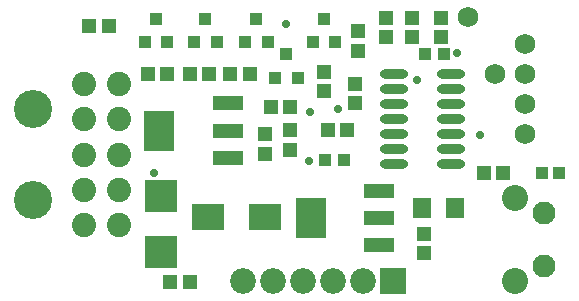
<source format=gts>
G04 Layer_Color=8388736*
%FSLAX25Y25*%
%MOIN*%
G70*
G01*
G75*
%ADD37R,0.04737X0.04737*%
%ADD38R,0.04737X0.04737*%
%ADD39R,0.03950X0.04343*%
%ADD40R,0.06312X0.06706*%
%ADD41R,0.03950X0.03950*%
%ADD42O,0.09461X0.03162*%
%ADD43R,0.10642X0.10642*%
%ADD44C,0.06800*%
%ADD45R,0.11036X0.08674*%
%ADD46R,0.10249X0.13792*%
%ADD47R,0.10249X0.04737*%
%ADD48C,0.08674*%
%ADD49C,0.07690*%
%ADD50R,0.08600X0.08600*%
%ADD51C,0.08600*%
%ADD52C,0.08083*%
%ADD53C,0.12729*%
%ADD54C,0.02800*%
D37*
X320000Y286752D02*
D03*
Y293248D02*
D03*
X297000Y343248D02*
D03*
Y336752D02*
D03*
X266900Y326448D02*
D03*
Y319952D02*
D03*
X286500Y347248D02*
D03*
Y340752D02*
D03*
X298000Y360748D02*
D03*
Y354252D02*
D03*
X307300Y365248D02*
D03*
Y358752D02*
D03*
X315800Y365248D02*
D03*
Y358752D02*
D03*
X275200Y327648D02*
D03*
Y321152D02*
D03*
X325400Y365248D02*
D03*
Y358752D02*
D03*
D38*
X241748Y277000D02*
D03*
X235252D02*
D03*
X294248Y327900D02*
D03*
X287752D02*
D03*
X255252Y346500D02*
D03*
X261748D02*
D03*
X275248Y335500D02*
D03*
X268752D02*
D03*
X248248Y346500D02*
D03*
X241752D02*
D03*
X339752Y313500D02*
D03*
X346248D02*
D03*
X208252Y362500D02*
D03*
X214748D02*
D03*
X234248Y346500D02*
D03*
X227752D02*
D03*
D39*
X226760Y357063D02*
D03*
X234240D02*
D03*
X230500Y364937D02*
D03*
X286500D02*
D03*
X290240Y357063D02*
D03*
X282760D02*
D03*
X274000Y353037D02*
D03*
X277740Y345163D02*
D03*
X270260D02*
D03*
X264000Y364937D02*
D03*
X267740Y357063D02*
D03*
X260260D02*
D03*
X247000Y364937D02*
D03*
X250740Y357063D02*
D03*
X243260D02*
D03*
D40*
X330112Y301900D02*
D03*
X319088D02*
D03*
D41*
X364953Y313500D02*
D03*
X359047D02*
D03*
X286750Y317900D02*
D03*
X293050D02*
D03*
X320250Y353300D02*
D03*
X326550D02*
D03*
D42*
X328749Y316600D02*
D03*
Y321600D02*
D03*
Y326600D02*
D03*
Y331600D02*
D03*
Y336600D02*
D03*
Y341600D02*
D03*
Y346600D02*
D03*
X309851Y316600D02*
D03*
Y321600D02*
D03*
Y326600D02*
D03*
Y331600D02*
D03*
Y336600D02*
D03*
Y341600D02*
D03*
Y346600D02*
D03*
D43*
X232300Y287248D02*
D03*
Y305752D02*
D03*
D44*
X334500Y365500D02*
D03*
X343500Y346500D02*
D03*
X353500Y326500D02*
D03*
Y336500D02*
D03*
Y346500D02*
D03*
Y356500D02*
D03*
D45*
X247851Y298800D02*
D03*
X266749D02*
D03*
D46*
X231683Y327600D02*
D03*
X282083Y298500D02*
D03*
D47*
X254517Y336655D02*
D03*
Y327600D02*
D03*
Y318545D02*
D03*
X304917Y289445D02*
D03*
Y298500D02*
D03*
Y307555D02*
D03*
D48*
X350157Y305138D02*
D03*
Y277539D02*
D03*
D49*
X360000Y300177D02*
D03*
Y282500D02*
D03*
D50*
X309400Y277600D02*
D03*
D51*
X299400D02*
D03*
X289400D02*
D03*
X279400D02*
D03*
X269400D02*
D03*
X259400D02*
D03*
D52*
X206500Y296000D02*
D03*
Y307811D02*
D03*
Y319622D02*
D03*
Y331433D02*
D03*
Y343244D02*
D03*
X218311Y296000D02*
D03*
Y307811D02*
D03*
Y319622D02*
D03*
Y331433D02*
D03*
Y343244D02*
D03*
D53*
X189492Y304504D02*
D03*
Y334740D02*
D03*
D54*
X331000Y353400D02*
D03*
X291200Y334900D02*
D03*
X230000Y313500D02*
D03*
X281500Y317350D02*
D03*
X281700Y333900D02*
D03*
X338500Y326000D02*
D03*
X317400Y344600D02*
D03*
X274000Y363000D02*
D03*
M02*

</source>
